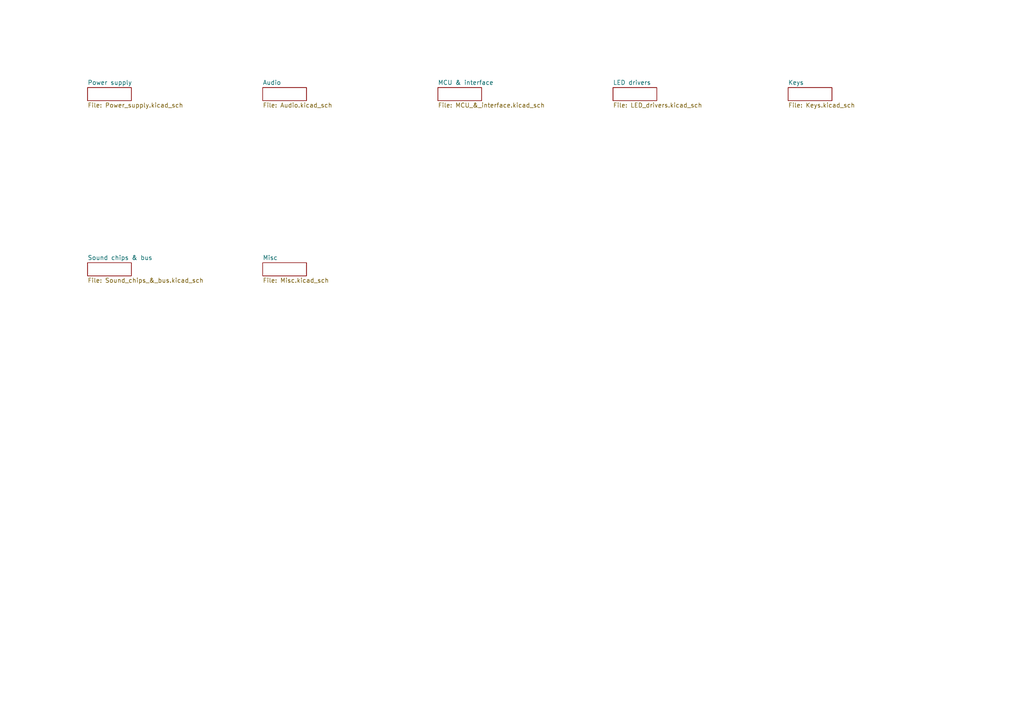
<source format=kicad_sch>
(kicad_sch (version 20230121) (generator eeschema)
  (paper "A4")
  (lib_symbols)
  (sheet (at 76.2 76.2) (size 12.7 3.81)
    (property "Sheetname" "Misc" (at 76.2 75.4884 0) (effects (justify left bottom)))
    (property "Sheetfile" "Misc.kicad_sch" (at 76.2 80.5946 0) (effects (justify left top)))
  )
  (sheet (at 228.6 25.4) (size 12.7 3.81)
    (property "Sheetname" "Keys" (at 228.6 24.6884 0) (effects (justify left bottom)))
    (property "Sheetfile" "Keys.kicad_sch" (at 228.6 29.7946 0) (effects (justify left top)))
  )
  (sheet (at 177.8 25.4) (size 12.7 3.81)
    (property "Sheetname" "LED drivers" (at 177.8 24.6884 0) (effects (justify left bottom)))
    (property "Sheetfile" "LED_drivers.kicad_sch" (at 177.8 29.7946 0) (effects (justify left top)))
  )
  (sheet (at 76.2 25.4) (size 12.7 3.81)
    (property "Sheetname" "Audio" (at 76.2 24.6884 0) (effects (justify left bottom)))
    (property "Sheetfile" "Audio.kicad_sch" (at 76.2 29.7946 0) (effects (justify left top)))
  )
  (sheet (at 127 25.4) (size 12.7 3.81)
    (property "Sheetname" "MCU & interface" (at 127 24.6884 0) (effects (justify left bottom)))
    (property "Sheetfile" "MCU_&_interface.kicad_sch" (at 127 29.7946 0) (effects (justify left top)))
  )
  (sheet (at 25.4 76.2) (size 12.7 3.81)
    (property "Sheetname" "Sound chips & bus" (at 25.4 75.4884 0) (effects (justify left bottom)))
    (property "Sheetfile" "Sound_chips_&_bus.kicad_sch" (at 25.4 80.5946 0) (effects (justify left top)))
  )
  (sheet (at 25.4 25.4) (size 12.7 3.81)
    (property "Sheetname" "Power supply" (at 25.4 24.6884 0) (effects (justify left bottom)))
    (property "Sheetfile" "Power_supply.kicad_sch" (at 25.4 29.7946 0) (effects (justify left top)))
  )
)
</source>
